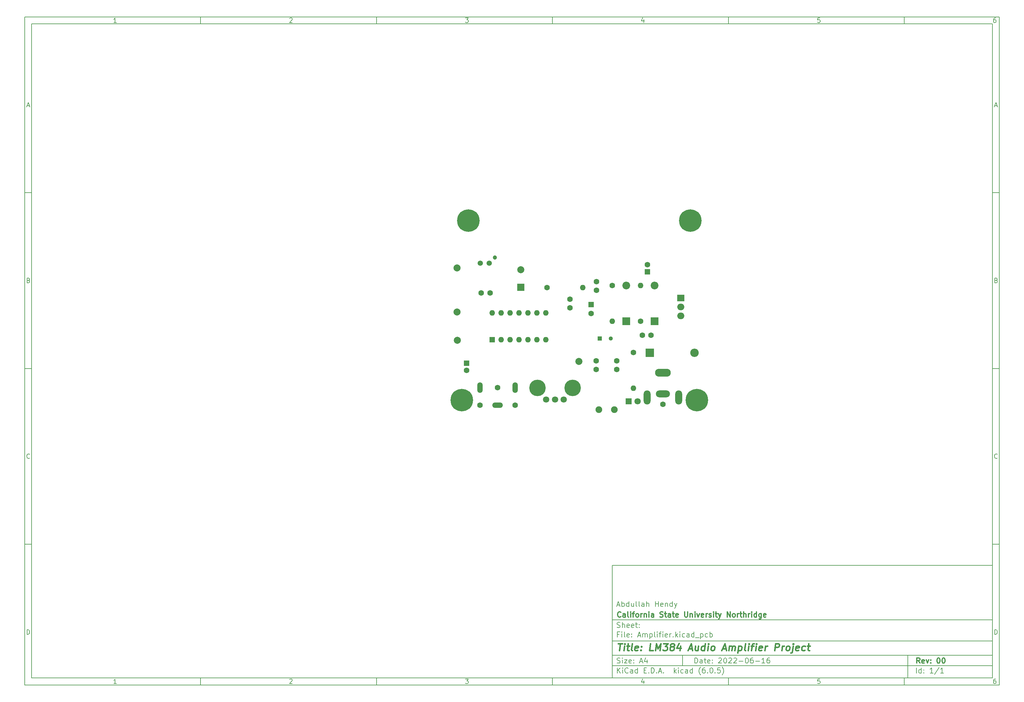
<source format=gbs>
%TF.GenerationSoftware,KiCad,Pcbnew,(6.0.5)*%
%TF.CreationDate,2022-06-17T11:53:50-07:00*%
%TF.ProjectId,Amplifier,416d706c-6966-4696-9572-2e6b69636164,00*%
%TF.SameCoordinates,Original*%
%TF.FileFunction,Soldermask,Bot*%
%TF.FilePolarity,Negative*%
%FSLAX46Y46*%
G04 Gerber Fmt 4.6, Leading zero omitted, Abs format (unit mm)*
G04 Created by KiCad (PCBNEW (6.0.5)) date 2022-06-17 11:53:50*
%MOMM*%
%LPD*%
G01*
G04 APERTURE LIST*
%ADD10C,0.100000*%
%ADD11C,0.150000*%
%ADD12C,0.300000*%
%ADD13C,0.400000*%
%ADD14C,1.200000*%
%ADD15C,1.498600*%
%ADD16C,1.600000*%
%ADD17O,1.600000X1.600000*%
%ADD18R,1.189000X1.189000*%
%ADD19C,1.189000*%
%ADD20R,2.000000X1.905000*%
%ADD21O,2.000000X1.905000*%
%ADD22R,1.600000X1.600000*%
%ADD23C,2.000000*%
%ADD24C,6.400000*%
%ADD25R,1.800000X1.800000*%
%ADD26C,1.800000*%
%ADD27R,2.200000X2.200000*%
%ADD28O,2.200000X2.200000*%
%ADD29O,4.500000X2.250000*%
%ADD30O,4.000000X2.000000*%
%ADD31O,2.000000X4.000000*%
%ADD32C,1.905000*%
%ADD33C,1.600200*%
%ADD34R,2.400000X2.400000*%
%ADD35O,2.400000X2.400000*%
%ADD36O,3.016000X1.508000*%
%ADD37O,1.508000X3.016000*%
%ADD38R,2.000000X2.000000*%
%ADD39C,4.686000*%
G04 APERTURE END LIST*
D10*
D11*
X177002200Y-166007200D02*
X177002200Y-198007200D01*
X285002200Y-198007200D01*
X285002200Y-166007200D01*
X177002200Y-166007200D01*
D10*
D11*
X10000000Y-10000000D02*
X10000000Y-200007200D01*
X287002200Y-200007200D01*
X287002200Y-10000000D01*
X10000000Y-10000000D01*
D10*
D11*
X12000000Y-12000000D02*
X12000000Y-198007200D01*
X285002200Y-198007200D01*
X285002200Y-12000000D01*
X12000000Y-12000000D01*
D10*
D11*
X60000000Y-12000000D02*
X60000000Y-10000000D01*
D10*
D11*
X110000000Y-12000000D02*
X110000000Y-10000000D01*
D10*
D11*
X160000000Y-12000000D02*
X160000000Y-10000000D01*
D10*
D11*
X210000000Y-12000000D02*
X210000000Y-10000000D01*
D10*
D11*
X260000000Y-12000000D02*
X260000000Y-10000000D01*
D10*
D11*
X36065476Y-11588095D02*
X35322619Y-11588095D01*
X35694047Y-11588095D02*
X35694047Y-10288095D01*
X35570238Y-10473809D01*
X35446428Y-10597619D01*
X35322619Y-10659523D01*
D10*
D11*
X85322619Y-10411904D02*
X85384523Y-10350000D01*
X85508333Y-10288095D01*
X85817857Y-10288095D01*
X85941666Y-10350000D01*
X86003571Y-10411904D01*
X86065476Y-10535714D01*
X86065476Y-10659523D01*
X86003571Y-10845238D01*
X85260714Y-11588095D01*
X86065476Y-11588095D01*
D10*
D11*
X135260714Y-10288095D02*
X136065476Y-10288095D01*
X135632142Y-10783333D01*
X135817857Y-10783333D01*
X135941666Y-10845238D01*
X136003571Y-10907142D01*
X136065476Y-11030952D01*
X136065476Y-11340476D01*
X136003571Y-11464285D01*
X135941666Y-11526190D01*
X135817857Y-11588095D01*
X135446428Y-11588095D01*
X135322619Y-11526190D01*
X135260714Y-11464285D01*
D10*
D11*
X185941666Y-10721428D02*
X185941666Y-11588095D01*
X185632142Y-10226190D02*
X185322619Y-11154761D01*
X186127380Y-11154761D01*
D10*
D11*
X236003571Y-10288095D02*
X235384523Y-10288095D01*
X235322619Y-10907142D01*
X235384523Y-10845238D01*
X235508333Y-10783333D01*
X235817857Y-10783333D01*
X235941666Y-10845238D01*
X236003571Y-10907142D01*
X236065476Y-11030952D01*
X236065476Y-11340476D01*
X236003571Y-11464285D01*
X235941666Y-11526190D01*
X235817857Y-11588095D01*
X235508333Y-11588095D01*
X235384523Y-11526190D01*
X235322619Y-11464285D01*
D10*
D11*
X285941666Y-10288095D02*
X285694047Y-10288095D01*
X285570238Y-10350000D01*
X285508333Y-10411904D01*
X285384523Y-10597619D01*
X285322619Y-10845238D01*
X285322619Y-11340476D01*
X285384523Y-11464285D01*
X285446428Y-11526190D01*
X285570238Y-11588095D01*
X285817857Y-11588095D01*
X285941666Y-11526190D01*
X286003571Y-11464285D01*
X286065476Y-11340476D01*
X286065476Y-11030952D01*
X286003571Y-10907142D01*
X285941666Y-10845238D01*
X285817857Y-10783333D01*
X285570238Y-10783333D01*
X285446428Y-10845238D01*
X285384523Y-10907142D01*
X285322619Y-11030952D01*
D10*
D11*
X60000000Y-198007200D02*
X60000000Y-200007200D01*
D10*
D11*
X110000000Y-198007200D02*
X110000000Y-200007200D01*
D10*
D11*
X160000000Y-198007200D02*
X160000000Y-200007200D01*
D10*
D11*
X210000000Y-198007200D02*
X210000000Y-200007200D01*
D10*
D11*
X260000000Y-198007200D02*
X260000000Y-200007200D01*
D10*
D11*
X36065476Y-199595295D02*
X35322619Y-199595295D01*
X35694047Y-199595295D02*
X35694047Y-198295295D01*
X35570238Y-198481009D01*
X35446428Y-198604819D01*
X35322619Y-198666723D01*
D10*
D11*
X85322619Y-198419104D02*
X85384523Y-198357200D01*
X85508333Y-198295295D01*
X85817857Y-198295295D01*
X85941666Y-198357200D01*
X86003571Y-198419104D01*
X86065476Y-198542914D01*
X86065476Y-198666723D01*
X86003571Y-198852438D01*
X85260714Y-199595295D01*
X86065476Y-199595295D01*
D10*
D11*
X135260714Y-198295295D02*
X136065476Y-198295295D01*
X135632142Y-198790533D01*
X135817857Y-198790533D01*
X135941666Y-198852438D01*
X136003571Y-198914342D01*
X136065476Y-199038152D01*
X136065476Y-199347676D01*
X136003571Y-199471485D01*
X135941666Y-199533390D01*
X135817857Y-199595295D01*
X135446428Y-199595295D01*
X135322619Y-199533390D01*
X135260714Y-199471485D01*
D10*
D11*
X185941666Y-198728628D02*
X185941666Y-199595295D01*
X185632142Y-198233390D02*
X185322619Y-199161961D01*
X186127380Y-199161961D01*
D10*
D11*
X236003571Y-198295295D02*
X235384523Y-198295295D01*
X235322619Y-198914342D01*
X235384523Y-198852438D01*
X235508333Y-198790533D01*
X235817857Y-198790533D01*
X235941666Y-198852438D01*
X236003571Y-198914342D01*
X236065476Y-199038152D01*
X236065476Y-199347676D01*
X236003571Y-199471485D01*
X235941666Y-199533390D01*
X235817857Y-199595295D01*
X235508333Y-199595295D01*
X235384523Y-199533390D01*
X235322619Y-199471485D01*
D10*
D11*
X285941666Y-198295295D02*
X285694047Y-198295295D01*
X285570238Y-198357200D01*
X285508333Y-198419104D01*
X285384523Y-198604819D01*
X285322619Y-198852438D01*
X285322619Y-199347676D01*
X285384523Y-199471485D01*
X285446428Y-199533390D01*
X285570238Y-199595295D01*
X285817857Y-199595295D01*
X285941666Y-199533390D01*
X286003571Y-199471485D01*
X286065476Y-199347676D01*
X286065476Y-199038152D01*
X286003571Y-198914342D01*
X285941666Y-198852438D01*
X285817857Y-198790533D01*
X285570238Y-198790533D01*
X285446428Y-198852438D01*
X285384523Y-198914342D01*
X285322619Y-199038152D01*
D10*
D11*
X10000000Y-60000000D02*
X12000000Y-60000000D01*
D10*
D11*
X10000000Y-110000000D02*
X12000000Y-110000000D01*
D10*
D11*
X10000000Y-160000000D02*
X12000000Y-160000000D01*
D10*
D11*
X10690476Y-35216666D02*
X11309523Y-35216666D01*
X10566666Y-35588095D02*
X11000000Y-34288095D01*
X11433333Y-35588095D01*
D10*
D11*
X11092857Y-84907142D02*
X11278571Y-84969047D01*
X11340476Y-85030952D01*
X11402380Y-85154761D01*
X11402380Y-85340476D01*
X11340476Y-85464285D01*
X11278571Y-85526190D01*
X11154761Y-85588095D01*
X10659523Y-85588095D01*
X10659523Y-84288095D01*
X11092857Y-84288095D01*
X11216666Y-84350000D01*
X11278571Y-84411904D01*
X11340476Y-84535714D01*
X11340476Y-84659523D01*
X11278571Y-84783333D01*
X11216666Y-84845238D01*
X11092857Y-84907142D01*
X10659523Y-84907142D01*
D10*
D11*
X11402380Y-135464285D02*
X11340476Y-135526190D01*
X11154761Y-135588095D01*
X11030952Y-135588095D01*
X10845238Y-135526190D01*
X10721428Y-135402380D01*
X10659523Y-135278571D01*
X10597619Y-135030952D01*
X10597619Y-134845238D01*
X10659523Y-134597619D01*
X10721428Y-134473809D01*
X10845238Y-134350000D01*
X11030952Y-134288095D01*
X11154761Y-134288095D01*
X11340476Y-134350000D01*
X11402380Y-134411904D01*
D10*
D11*
X10659523Y-185588095D02*
X10659523Y-184288095D01*
X10969047Y-184288095D01*
X11154761Y-184350000D01*
X11278571Y-184473809D01*
X11340476Y-184597619D01*
X11402380Y-184845238D01*
X11402380Y-185030952D01*
X11340476Y-185278571D01*
X11278571Y-185402380D01*
X11154761Y-185526190D01*
X10969047Y-185588095D01*
X10659523Y-185588095D01*
D10*
D11*
X287002200Y-60000000D02*
X285002200Y-60000000D01*
D10*
D11*
X287002200Y-110000000D02*
X285002200Y-110000000D01*
D10*
D11*
X287002200Y-160000000D02*
X285002200Y-160000000D01*
D10*
D11*
X285692676Y-35216666D02*
X286311723Y-35216666D01*
X285568866Y-35588095D02*
X286002200Y-34288095D01*
X286435533Y-35588095D01*
D10*
D11*
X286095057Y-84907142D02*
X286280771Y-84969047D01*
X286342676Y-85030952D01*
X286404580Y-85154761D01*
X286404580Y-85340476D01*
X286342676Y-85464285D01*
X286280771Y-85526190D01*
X286156961Y-85588095D01*
X285661723Y-85588095D01*
X285661723Y-84288095D01*
X286095057Y-84288095D01*
X286218866Y-84350000D01*
X286280771Y-84411904D01*
X286342676Y-84535714D01*
X286342676Y-84659523D01*
X286280771Y-84783333D01*
X286218866Y-84845238D01*
X286095057Y-84907142D01*
X285661723Y-84907142D01*
D10*
D11*
X286404580Y-135464285D02*
X286342676Y-135526190D01*
X286156961Y-135588095D01*
X286033152Y-135588095D01*
X285847438Y-135526190D01*
X285723628Y-135402380D01*
X285661723Y-135278571D01*
X285599819Y-135030952D01*
X285599819Y-134845238D01*
X285661723Y-134597619D01*
X285723628Y-134473809D01*
X285847438Y-134350000D01*
X286033152Y-134288095D01*
X286156961Y-134288095D01*
X286342676Y-134350000D01*
X286404580Y-134411904D01*
D10*
D11*
X285661723Y-185588095D02*
X285661723Y-184288095D01*
X285971247Y-184288095D01*
X286156961Y-184350000D01*
X286280771Y-184473809D01*
X286342676Y-184597619D01*
X286404580Y-184845238D01*
X286404580Y-185030952D01*
X286342676Y-185278571D01*
X286280771Y-185402380D01*
X286156961Y-185526190D01*
X285971247Y-185588095D01*
X285661723Y-185588095D01*
D10*
D11*
X200434342Y-193785771D02*
X200434342Y-192285771D01*
X200791485Y-192285771D01*
X201005771Y-192357200D01*
X201148628Y-192500057D01*
X201220057Y-192642914D01*
X201291485Y-192928628D01*
X201291485Y-193142914D01*
X201220057Y-193428628D01*
X201148628Y-193571485D01*
X201005771Y-193714342D01*
X200791485Y-193785771D01*
X200434342Y-193785771D01*
X202577200Y-193785771D02*
X202577200Y-193000057D01*
X202505771Y-192857200D01*
X202362914Y-192785771D01*
X202077200Y-192785771D01*
X201934342Y-192857200D01*
X202577200Y-193714342D02*
X202434342Y-193785771D01*
X202077200Y-193785771D01*
X201934342Y-193714342D01*
X201862914Y-193571485D01*
X201862914Y-193428628D01*
X201934342Y-193285771D01*
X202077200Y-193214342D01*
X202434342Y-193214342D01*
X202577200Y-193142914D01*
X203077200Y-192785771D02*
X203648628Y-192785771D01*
X203291485Y-192285771D02*
X203291485Y-193571485D01*
X203362914Y-193714342D01*
X203505771Y-193785771D01*
X203648628Y-193785771D01*
X204720057Y-193714342D02*
X204577200Y-193785771D01*
X204291485Y-193785771D01*
X204148628Y-193714342D01*
X204077200Y-193571485D01*
X204077200Y-193000057D01*
X204148628Y-192857200D01*
X204291485Y-192785771D01*
X204577200Y-192785771D01*
X204720057Y-192857200D01*
X204791485Y-193000057D01*
X204791485Y-193142914D01*
X204077200Y-193285771D01*
X205434342Y-193642914D02*
X205505771Y-193714342D01*
X205434342Y-193785771D01*
X205362914Y-193714342D01*
X205434342Y-193642914D01*
X205434342Y-193785771D01*
X205434342Y-192857200D02*
X205505771Y-192928628D01*
X205434342Y-193000057D01*
X205362914Y-192928628D01*
X205434342Y-192857200D01*
X205434342Y-193000057D01*
X207220057Y-192428628D02*
X207291485Y-192357200D01*
X207434342Y-192285771D01*
X207791485Y-192285771D01*
X207934342Y-192357200D01*
X208005771Y-192428628D01*
X208077200Y-192571485D01*
X208077200Y-192714342D01*
X208005771Y-192928628D01*
X207148628Y-193785771D01*
X208077200Y-193785771D01*
X209005771Y-192285771D02*
X209148628Y-192285771D01*
X209291485Y-192357200D01*
X209362914Y-192428628D01*
X209434342Y-192571485D01*
X209505771Y-192857200D01*
X209505771Y-193214342D01*
X209434342Y-193500057D01*
X209362914Y-193642914D01*
X209291485Y-193714342D01*
X209148628Y-193785771D01*
X209005771Y-193785771D01*
X208862914Y-193714342D01*
X208791485Y-193642914D01*
X208720057Y-193500057D01*
X208648628Y-193214342D01*
X208648628Y-192857200D01*
X208720057Y-192571485D01*
X208791485Y-192428628D01*
X208862914Y-192357200D01*
X209005771Y-192285771D01*
X210077200Y-192428628D02*
X210148628Y-192357200D01*
X210291485Y-192285771D01*
X210648628Y-192285771D01*
X210791485Y-192357200D01*
X210862914Y-192428628D01*
X210934342Y-192571485D01*
X210934342Y-192714342D01*
X210862914Y-192928628D01*
X210005771Y-193785771D01*
X210934342Y-193785771D01*
X211505771Y-192428628D02*
X211577200Y-192357200D01*
X211720057Y-192285771D01*
X212077200Y-192285771D01*
X212220057Y-192357200D01*
X212291485Y-192428628D01*
X212362914Y-192571485D01*
X212362914Y-192714342D01*
X212291485Y-192928628D01*
X211434342Y-193785771D01*
X212362914Y-193785771D01*
X213005771Y-193214342D02*
X214148628Y-193214342D01*
X215148628Y-192285771D02*
X215291485Y-192285771D01*
X215434342Y-192357200D01*
X215505771Y-192428628D01*
X215577200Y-192571485D01*
X215648628Y-192857200D01*
X215648628Y-193214342D01*
X215577200Y-193500057D01*
X215505771Y-193642914D01*
X215434342Y-193714342D01*
X215291485Y-193785771D01*
X215148628Y-193785771D01*
X215005771Y-193714342D01*
X214934342Y-193642914D01*
X214862914Y-193500057D01*
X214791485Y-193214342D01*
X214791485Y-192857200D01*
X214862914Y-192571485D01*
X214934342Y-192428628D01*
X215005771Y-192357200D01*
X215148628Y-192285771D01*
X216934342Y-192285771D02*
X216648628Y-192285771D01*
X216505771Y-192357200D01*
X216434342Y-192428628D01*
X216291485Y-192642914D01*
X216220057Y-192928628D01*
X216220057Y-193500057D01*
X216291485Y-193642914D01*
X216362914Y-193714342D01*
X216505771Y-193785771D01*
X216791485Y-193785771D01*
X216934342Y-193714342D01*
X217005771Y-193642914D01*
X217077200Y-193500057D01*
X217077200Y-193142914D01*
X217005771Y-193000057D01*
X216934342Y-192928628D01*
X216791485Y-192857200D01*
X216505771Y-192857200D01*
X216362914Y-192928628D01*
X216291485Y-193000057D01*
X216220057Y-193142914D01*
X217720057Y-193214342D02*
X218862914Y-193214342D01*
X220362914Y-193785771D02*
X219505771Y-193785771D01*
X219934342Y-193785771D02*
X219934342Y-192285771D01*
X219791485Y-192500057D01*
X219648628Y-192642914D01*
X219505771Y-192714342D01*
X221648628Y-192285771D02*
X221362914Y-192285771D01*
X221220057Y-192357200D01*
X221148628Y-192428628D01*
X221005771Y-192642914D01*
X220934342Y-192928628D01*
X220934342Y-193500057D01*
X221005771Y-193642914D01*
X221077200Y-193714342D01*
X221220057Y-193785771D01*
X221505771Y-193785771D01*
X221648628Y-193714342D01*
X221720057Y-193642914D01*
X221791485Y-193500057D01*
X221791485Y-193142914D01*
X221720057Y-193000057D01*
X221648628Y-192928628D01*
X221505771Y-192857200D01*
X221220057Y-192857200D01*
X221077200Y-192928628D01*
X221005771Y-193000057D01*
X220934342Y-193142914D01*
D10*
D11*
X177002200Y-194507200D02*
X285002200Y-194507200D01*
D10*
D11*
X178434342Y-196585771D02*
X178434342Y-195085771D01*
X179291485Y-196585771D02*
X178648628Y-195728628D01*
X179291485Y-195085771D02*
X178434342Y-195942914D01*
X179934342Y-196585771D02*
X179934342Y-195585771D01*
X179934342Y-195085771D02*
X179862914Y-195157200D01*
X179934342Y-195228628D01*
X180005771Y-195157200D01*
X179934342Y-195085771D01*
X179934342Y-195228628D01*
X181505771Y-196442914D02*
X181434342Y-196514342D01*
X181220057Y-196585771D01*
X181077200Y-196585771D01*
X180862914Y-196514342D01*
X180720057Y-196371485D01*
X180648628Y-196228628D01*
X180577200Y-195942914D01*
X180577200Y-195728628D01*
X180648628Y-195442914D01*
X180720057Y-195300057D01*
X180862914Y-195157200D01*
X181077200Y-195085771D01*
X181220057Y-195085771D01*
X181434342Y-195157200D01*
X181505771Y-195228628D01*
X182791485Y-196585771D02*
X182791485Y-195800057D01*
X182720057Y-195657200D01*
X182577200Y-195585771D01*
X182291485Y-195585771D01*
X182148628Y-195657200D01*
X182791485Y-196514342D02*
X182648628Y-196585771D01*
X182291485Y-196585771D01*
X182148628Y-196514342D01*
X182077200Y-196371485D01*
X182077200Y-196228628D01*
X182148628Y-196085771D01*
X182291485Y-196014342D01*
X182648628Y-196014342D01*
X182791485Y-195942914D01*
X184148628Y-196585771D02*
X184148628Y-195085771D01*
X184148628Y-196514342D02*
X184005771Y-196585771D01*
X183720057Y-196585771D01*
X183577200Y-196514342D01*
X183505771Y-196442914D01*
X183434342Y-196300057D01*
X183434342Y-195871485D01*
X183505771Y-195728628D01*
X183577200Y-195657200D01*
X183720057Y-195585771D01*
X184005771Y-195585771D01*
X184148628Y-195657200D01*
X186005771Y-195800057D02*
X186505771Y-195800057D01*
X186720057Y-196585771D02*
X186005771Y-196585771D01*
X186005771Y-195085771D01*
X186720057Y-195085771D01*
X187362914Y-196442914D02*
X187434342Y-196514342D01*
X187362914Y-196585771D01*
X187291485Y-196514342D01*
X187362914Y-196442914D01*
X187362914Y-196585771D01*
X188077200Y-196585771D02*
X188077200Y-195085771D01*
X188434342Y-195085771D01*
X188648628Y-195157200D01*
X188791485Y-195300057D01*
X188862914Y-195442914D01*
X188934342Y-195728628D01*
X188934342Y-195942914D01*
X188862914Y-196228628D01*
X188791485Y-196371485D01*
X188648628Y-196514342D01*
X188434342Y-196585771D01*
X188077200Y-196585771D01*
X189577200Y-196442914D02*
X189648628Y-196514342D01*
X189577200Y-196585771D01*
X189505771Y-196514342D01*
X189577200Y-196442914D01*
X189577200Y-196585771D01*
X190220057Y-196157200D02*
X190934342Y-196157200D01*
X190077200Y-196585771D02*
X190577200Y-195085771D01*
X191077200Y-196585771D01*
X191577200Y-196442914D02*
X191648628Y-196514342D01*
X191577200Y-196585771D01*
X191505771Y-196514342D01*
X191577200Y-196442914D01*
X191577200Y-196585771D01*
X194577200Y-196585771D02*
X194577200Y-195085771D01*
X194720057Y-196014342D02*
X195148628Y-196585771D01*
X195148628Y-195585771D02*
X194577200Y-196157200D01*
X195791485Y-196585771D02*
X195791485Y-195585771D01*
X195791485Y-195085771D02*
X195720057Y-195157200D01*
X195791485Y-195228628D01*
X195862914Y-195157200D01*
X195791485Y-195085771D01*
X195791485Y-195228628D01*
X197148628Y-196514342D02*
X197005771Y-196585771D01*
X196720057Y-196585771D01*
X196577200Y-196514342D01*
X196505771Y-196442914D01*
X196434342Y-196300057D01*
X196434342Y-195871485D01*
X196505771Y-195728628D01*
X196577200Y-195657200D01*
X196720057Y-195585771D01*
X197005771Y-195585771D01*
X197148628Y-195657200D01*
X198434342Y-196585771D02*
X198434342Y-195800057D01*
X198362914Y-195657200D01*
X198220057Y-195585771D01*
X197934342Y-195585771D01*
X197791485Y-195657200D01*
X198434342Y-196514342D02*
X198291485Y-196585771D01*
X197934342Y-196585771D01*
X197791485Y-196514342D01*
X197720057Y-196371485D01*
X197720057Y-196228628D01*
X197791485Y-196085771D01*
X197934342Y-196014342D01*
X198291485Y-196014342D01*
X198434342Y-195942914D01*
X199791485Y-196585771D02*
X199791485Y-195085771D01*
X199791485Y-196514342D02*
X199648628Y-196585771D01*
X199362914Y-196585771D01*
X199220057Y-196514342D01*
X199148628Y-196442914D01*
X199077200Y-196300057D01*
X199077200Y-195871485D01*
X199148628Y-195728628D01*
X199220057Y-195657200D01*
X199362914Y-195585771D01*
X199648628Y-195585771D01*
X199791485Y-195657200D01*
X202077200Y-197157200D02*
X202005771Y-197085771D01*
X201862914Y-196871485D01*
X201791485Y-196728628D01*
X201720057Y-196514342D01*
X201648628Y-196157200D01*
X201648628Y-195871485D01*
X201720057Y-195514342D01*
X201791485Y-195300057D01*
X201862914Y-195157200D01*
X202005771Y-194942914D01*
X202077200Y-194871485D01*
X203291485Y-195085771D02*
X203005771Y-195085771D01*
X202862914Y-195157200D01*
X202791485Y-195228628D01*
X202648628Y-195442914D01*
X202577200Y-195728628D01*
X202577200Y-196300057D01*
X202648628Y-196442914D01*
X202720057Y-196514342D01*
X202862914Y-196585771D01*
X203148628Y-196585771D01*
X203291485Y-196514342D01*
X203362914Y-196442914D01*
X203434342Y-196300057D01*
X203434342Y-195942914D01*
X203362914Y-195800057D01*
X203291485Y-195728628D01*
X203148628Y-195657200D01*
X202862914Y-195657200D01*
X202720057Y-195728628D01*
X202648628Y-195800057D01*
X202577200Y-195942914D01*
X204077200Y-196442914D02*
X204148628Y-196514342D01*
X204077200Y-196585771D01*
X204005771Y-196514342D01*
X204077200Y-196442914D01*
X204077200Y-196585771D01*
X205077200Y-195085771D02*
X205220057Y-195085771D01*
X205362914Y-195157200D01*
X205434342Y-195228628D01*
X205505771Y-195371485D01*
X205577200Y-195657200D01*
X205577200Y-196014342D01*
X205505771Y-196300057D01*
X205434342Y-196442914D01*
X205362914Y-196514342D01*
X205220057Y-196585771D01*
X205077200Y-196585771D01*
X204934342Y-196514342D01*
X204862914Y-196442914D01*
X204791485Y-196300057D01*
X204720057Y-196014342D01*
X204720057Y-195657200D01*
X204791485Y-195371485D01*
X204862914Y-195228628D01*
X204934342Y-195157200D01*
X205077200Y-195085771D01*
X206220057Y-196442914D02*
X206291485Y-196514342D01*
X206220057Y-196585771D01*
X206148628Y-196514342D01*
X206220057Y-196442914D01*
X206220057Y-196585771D01*
X207648628Y-195085771D02*
X206934342Y-195085771D01*
X206862914Y-195800057D01*
X206934342Y-195728628D01*
X207077200Y-195657200D01*
X207434342Y-195657200D01*
X207577200Y-195728628D01*
X207648628Y-195800057D01*
X207720057Y-195942914D01*
X207720057Y-196300057D01*
X207648628Y-196442914D01*
X207577200Y-196514342D01*
X207434342Y-196585771D01*
X207077200Y-196585771D01*
X206934342Y-196514342D01*
X206862914Y-196442914D01*
X208220057Y-197157200D02*
X208291485Y-197085771D01*
X208434342Y-196871485D01*
X208505771Y-196728628D01*
X208577200Y-196514342D01*
X208648628Y-196157200D01*
X208648628Y-195871485D01*
X208577200Y-195514342D01*
X208505771Y-195300057D01*
X208434342Y-195157200D01*
X208291485Y-194942914D01*
X208220057Y-194871485D01*
D10*
D11*
X177002200Y-191507200D02*
X285002200Y-191507200D01*
D10*
D12*
X264411485Y-193785771D02*
X263911485Y-193071485D01*
X263554342Y-193785771D02*
X263554342Y-192285771D01*
X264125771Y-192285771D01*
X264268628Y-192357200D01*
X264340057Y-192428628D01*
X264411485Y-192571485D01*
X264411485Y-192785771D01*
X264340057Y-192928628D01*
X264268628Y-193000057D01*
X264125771Y-193071485D01*
X263554342Y-193071485D01*
X265625771Y-193714342D02*
X265482914Y-193785771D01*
X265197200Y-193785771D01*
X265054342Y-193714342D01*
X264982914Y-193571485D01*
X264982914Y-193000057D01*
X265054342Y-192857200D01*
X265197200Y-192785771D01*
X265482914Y-192785771D01*
X265625771Y-192857200D01*
X265697200Y-193000057D01*
X265697200Y-193142914D01*
X264982914Y-193285771D01*
X266197200Y-192785771D02*
X266554342Y-193785771D01*
X266911485Y-192785771D01*
X267482914Y-193642914D02*
X267554342Y-193714342D01*
X267482914Y-193785771D01*
X267411485Y-193714342D01*
X267482914Y-193642914D01*
X267482914Y-193785771D01*
X267482914Y-192857200D02*
X267554342Y-192928628D01*
X267482914Y-193000057D01*
X267411485Y-192928628D01*
X267482914Y-192857200D01*
X267482914Y-193000057D01*
X269625771Y-192285771D02*
X269768628Y-192285771D01*
X269911485Y-192357200D01*
X269982914Y-192428628D01*
X270054342Y-192571485D01*
X270125771Y-192857200D01*
X270125771Y-193214342D01*
X270054342Y-193500057D01*
X269982914Y-193642914D01*
X269911485Y-193714342D01*
X269768628Y-193785771D01*
X269625771Y-193785771D01*
X269482914Y-193714342D01*
X269411485Y-193642914D01*
X269340057Y-193500057D01*
X269268628Y-193214342D01*
X269268628Y-192857200D01*
X269340057Y-192571485D01*
X269411485Y-192428628D01*
X269482914Y-192357200D01*
X269625771Y-192285771D01*
X271054342Y-192285771D02*
X271197200Y-192285771D01*
X271340057Y-192357200D01*
X271411485Y-192428628D01*
X271482914Y-192571485D01*
X271554342Y-192857200D01*
X271554342Y-193214342D01*
X271482914Y-193500057D01*
X271411485Y-193642914D01*
X271340057Y-193714342D01*
X271197200Y-193785771D01*
X271054342Y-193785771D01*
X270911485Y-193714342D01*
X270840057Y-193642914D01*
X270768628Y-193500057D01*
X270697200Y-193214342D01*
X270697200Y-192857200D01*
X270768628Y-192571485D01*
X270840057Y-192428628D01*
X270911485Y-192357200D01*
X271054342Y-192285771D01*
D10*
D11*
X178362914Y-193714342D02*
X178577200Y-193785771D01*
X178934342Y-193785771D01*
X179077200Y-193714342D01*
X179148628Y-193642914D01*
X179220057Y-193500057D01*
X179220057Y-193357200D01*
X179148628Y-193214342D01*
X179077200Y-193142914D01*
X178934342Y-193071485D01*
X178648628Y-193000057D01*
X178505771Y-192928628D01*
X178434342Y-192857200D01*
X178362914Y-192714342D01*
X178362914Y-192571485D01*
X178434342Y-192428628D01*
X178505771Y-192357200D01*
X178648628Y-192285771D01*
X179005771Y-192285771D01*
X179220057Y-192357200D01*
X179862914Y-193785771D02*
X179862914Y-192785771D01*
X179862914Y-192285771D02*
X179791485Y-192357200D01*
X179862914Y-192428628D01*
X179934342Y-192357200D01*
X179862914Y-192285771D01*
X179862914Y-192428628D01*
X180434342Y-192785771D02*
X181220057Y-192785771D01*
X180434342Y-193785771D01*
X181220057Y-193785771D01*
X182362914Y-193714342D02*
X182220057Y-193785771D01*
X181934342Y-193785771D01*
X181791485Y-193714342D01*
X181720057Y-193571485D01*
X181720057Y-193000057D01*
X181791485Y-192857200D01*
X181934342Y-192785771D01*
X182220057Y-192785771D01*
X182362914Y-192857200D01*
X182434342Y-193000057D01*
X182434342Y-193142914D01*
X181720057Y-193285771D01*
X183077200Y-193642914D02*
X183148628Y-193714342D01*
X183077200Y-193785771D01*
X183005771Y-193714342D01*
X183077200Y-193642914D01*
X183077200Y-193785771D01*
X183077200Y-192857200D02*
X183148628Y-192928628D01*
X183077200Y-193000057D01*
X183005771Y-192928628D01*
X183077200Y-192857200D01*
X183077200Y-193000057D01*
X184862914Y-193357200D02*
X185577200Y-193357200D01*
X184720057Y-193785771D02*
X185220057Y-192285771D01*
X185720057Y-193785771D01*
X186862914Y-192785771D02*
X186862914Y-193785771D01*
X186505771Y-192214342D02*
X186148628Y-193285771D01*
X187077200Y-193285771D01*
D10*
D11*
X263434342Y-196585771D02*
X263434342Y-195085771D01*
X264791485Y-196585771D02*
X264791485Y-195085771D01*
X264791485Y-196514342D02*
X264648628Y-196585771D01*
X264362914Y-196585771D01*
X264220057Y-196514342D01*
X264148628Y-196442914D01*
X264077200Y-196300057D01*
X264077200Y-195871485D01*
X264148628Y-195728628D01*
X264220057Y-195657200D01*
X264362914Y-195585771D01*
X264648628Y-195585771D01*
X264791485Y-195657200D01*
X265505771Y-196442914D02*
X265577200Y-196514342D01*
X265505771Y-196585771D01*
X265434342Y-196514342D01*
X265505771Y-196442914D01*
X265505771Y-196585771D01*
X265505771Y-195657200D02*
X265577200Y-195728628D01*
X265505771Y-195800057D01*
X265434342Y-195728628D01*
X265505771Y-195657200D01*
X265505771Y-195800057D01*
X268148628Y-196585771D02*
X267291485Y-196585771D01*
X267720057Y-196585771D02*
X267720057Y-195085771D01*
X267577200Y-195300057D01*
X267434342Y-195442914D01*
X267291485Y-195514342D01*
X269862914Y-195014342D02*
X268577200Y-196942914D01*
X271148628Y-196585771D02*
X270291485Y-196585771D01*
X270720057Y-196585771D02*
X270720057Y-195085771D01*
X270577200Y-195300057D01*
X270434342Y-195442914D01*
X270291485Y-195514342D01*
D10*
D11*
X177002200Y-187507200D02*
X285002200Y-187507200D01*
D10*
D13*
X178714580Y-188211961D02*
X179857438Y-188211961D01*
X179036009Y-190211961D02*
X179286009Y-188211961D01*
X180274104Y-190211961D02*
X180440771Y-188878628D01*
X180524104Y-188211961D02*
X180416961Y-188307200D01*
X180500295Y-188402438D01*
X180607438Y-188307200D01*
X180524104Y-188211961D01*
X180500295Y-188402438D01*
X181107438Y-188878628D02*
X181869342Y-188878628D01*
X181476485Y-188211961D02*
X181262200Y-189926247D01*
X181333628Y-190116723D01*
X181512200Y-190211961D01*
X181702676Y-190211961D01*
X182655057Y-190211961D02*
X182476485Y-190116723D01*
X182405057Y-189926247D01*
X182619342Y-188211961D01*
X184190771Y-190116723D02*
X183988390Y-190211961D01*
X183607438Y-190211961D01*
X183428866Y-190116723D01*
X183357438Y-189926247D01*
X183452676Y-189164342D01*
X183571723Y-188973866D01*
X183774104Y-188878628D01*
X184155057Y-188878628D01*
X184333628Y-188973866D01*
X184405057Y-189164342D01*
X184381247Y-189354819D01*
X183405057Y-189545295D01*
X185155057Y-190021485D02*
X185238390Y-190116723D01*
X185131247Y-190211961D01*
X185047914Y-190116723D01*
X185155057Y-190021485D01*
X185131247Y-190211961D01*
X185286009Y-188973866D02*
X185369342Y-189069104D01*
X185262200Y-189164342D01*
X185178866Y-189069104D01*
X185286009Y-188973866D01*
X185262200Y-189164342D01*
X188559819Y-190211961D02*
X187607438Y-190211961D01*
X187857438Y-188211961D01*
X189226485Y-190211961D02*
X189476485Y-188211961D01*
X189964580Y-189640533D01*
X190809819Y-188211961D01*
X190559819Y-190211961D01*
X191571723Y-188211961D02*
X192809819Y-188211961D01*
X192047914Y-188973866D01*
X192333628Y-188973866D01*
X192512200Y-189069104D01*
X192595533Y-189164342D01*
X192666961Y-189354819D01*
X192607438Y-189831009D01*
X192488390Y-190021485D01*
X192381247Y-190116723D01*
X192178866Y-190211961D01*
X191607438Y-190211961D01*
X191428866Y-190116723D01*
X191345533Y-190021485D01*
X193845533Y-189069104D02*
X193666961Y-188973866D01*
X193583628Y-188878628D01*
X193512200Y-188688152D01*
X193524104Y-188592914D01*
X193643152Y-188402438D01*
X193750295Y-188307200D01*
X193952676Y-188211961D01*
X194333628Y-188211961D01*
X194512200Y-188307200D01*
X194595533Y-188402438D01*
X194666961Y-188592914D01*
X194655057Y-188688152D01*
X194536009Y-188878628D01*
X194428866Y-188973866D01*
X194226485Y-189069104D01*
X193845533Y-189069104D01*
X193643152Y-189164342D01*
X193536009Y-189259580D01*
X193416961Y-189450057D01*
X193369342Y-189831009D01*
X193440771Y-190021485D01*
X193524104Y-190116723D01*
X193702676Y-190211961D01*
X194083628Y-190211961D01*
X194286009Y-190116723D01*
X194393152Y-190021485D01*
X194512200Y-189831009D01*
X194559819Y-189450057D01*
X194488390Y-189259580D01*
X194405057Y-189164342D01*
X194226485Y-189069104D01*
X196345533Y-188878628D02*
X196178866Y-190211961D01*
X195964580Y-188116723D02*
X195309819Y-189545295D01*
X196547914Y-189545295D01*
X198726485Y-189640533D02*
X199678866Y-189640533D01*
X198464580Y-190211961D02*
X199381247Y-188211961D01*
X199797914Y-190211961D01*
X201488390Y-188878628D02*
X201321723Y-190211961D01*
X200631247Y-188878628D02*
X200500295Y-189926247D01*
X200571723Y-190116723D01*
X200750295Y-190211961D01*
X201036009Y-190211961D01*
X201238390Y-190116723D01*
X201345533Y-190021485D01*
X203131247Y-190211961D02*
X203381247Y-188211961D01*
X203143152Y-190116723D02*
X202940771Y-190211961D01*
X202559819Y-190211961D01*
X202381247Y-190116723D01*
X202297914Y-190021485D01*
X202226485Y-189831009D01*
X202297914Y-189259580D01*
X202416961Y-189069104D01*
X202524104Y-188973866D01*
X202726485Y-188878628D01*
X203107438Y-188878628D01*
X203286009Y-188973866D01*
X204083628Y-190211961D02*
X204250295Y-188878628D01*
X204333628Y-188211961D02*
X204226485Y-188307200D01*
X204309819Y-188402438D01*
X204416961Y-188307200D01*
X204333628Y-188211961D01*
X204309819Y-188402438D01*
X205321723Y-190211961D02*
X205143152Y-190116723D01*
X205059819Y-190021485D01*
X204988390Y-189831009D01*
X205059819Y-189259580D01*
X205178866Y-189069104D01*
X205286009Y-188973866D01*
X205488390Y-188878628D01*
X205774104Y-188878628D01*
X205952676Y-188973866D01*
X206036009Y-189069104D01*
X206107438Y-189259580D01*
X206036009Y-189831009D01*
X205916961Y-190021485D01*
X205809819Y-190116723D01*
X205607438Y-190211961D01*
X205321723Y-190211961D01*
X208345533Y-189640533D02*
X209297914Y-189640533D01*
X208083628Y-190211961D02*
X209000295Y-188211961D01*
X209416961Y-190211961D01*
X210083628Y-190211961D02*
X210250295Y-188878628D01*
X210226485Y-189069104D02*
X210333628Y-188973866D01*
X210536009Y-188878628D01*
X210821723Y-188878628D01*
X211000295Y-188973866D01*
X211071723Y-189164342D01*
X210940771Y-190211961D01*
X211071723Y-189164342D02*
X211190771Y-188973866D01*
X211393152Y-188878628D01*
X211678866Y-188878628D01*
X211857438Y-188973866D01*
X211928866Y-189164342D01*
X211797914Y-190211961D01*
X212916961Y-188878628D02*
X212666961Y-190878628D01*
X212905057Y-188973866D02*
X213107438Y-188878628D01*
X213488390Y-188878628D01*
X213666961Y-188973866D01*
X213750295Y-189069104D01*
X213821723Y-189259580D01*
X213750295Y-189831009D01*
X213631247Y-190021485D01*
X213524104Y-190116723D01*
X213321723Y-190211961D01*
X212940771Y-190211961D01*
X212762200Y-190116723D01*
X214845533Y-190211961D02*
X214666961Y-190116723D01*
X214595533Y-189926247D01*
X214809819Y-188211961D01*
X215607438Y-190211961D02*
X215774104Y-188878628D01*
X215857438Y-188211961D02*
X215750295Y-188307200D01*
X215833628Y-188402438D01*
X215940771Y-188307200D01*
X215857438Y-188211961D01*
X215833628Y-188402438D01*
X216440771Y-188878628D02*
X217202676Y-188878628D01*
X216559819Y-190211961D02*
X216774104Y-188497676D01*
X216893152Y-188307200D01*
X217095533Y-188211961D01*
X217286009Y-188211961D01*
X217702676Y-190211961D02*
X217869342Y-188878628D01*
X217952676Y-188211961D02*
X217845533Y-188307200D01*
X217928866Y-188402438D01*
X218036009Y-188307200D01*
X217952676Y-188211961D01*
X217928866Y-188402438D01*
X219428866Y-190116723D02*
X219226485Y-190211961D01*
X218845533Y-190211961D01*
X218666961Y-190116723D01*
X218595533Y-189926247D01*
X218690771Y-189164342D01*
X218809819Y-188973866D01*
X219012200Y-188878628D01*
X219393152Y-188878628D01*
X219571723Y-188973866D01*
X219643152Y-189164342D01*
X219619342Y-189354819D01*
X218643152Y-189545295D01*
X220369342Y-190211961D02*
X220536009Y-188878628D01*
X220488390Y-189259580D02*
X220607438Y-189069104D01*
X220714580Y-188973866D01*
X220916961Y-188878628D01*
X221107438Y-188878628D01*
X223131247Y-190211961D02*
X223381247Y-188211961D01*
X224143152Y-188211961D01*
X224321723Y-188307200D01*
X224405057Y-188402438D01*
X224476485Y-188592914D01*
X224440771Y-188878628D01*
X224321723Y-189069104D01*
X224214580Y-189164342D01*
X224012200Y-189259580D01*
X223250295Y-189259580D01*
X225131247Y-190211961D02*
X225297914Y-188878628D01*
X225250295Y-189259580D02*
X225369342Y-189069104D01*
X225476485Y-188973866D01*
X225678866Y-188878628D01*
X225869342Y-188878628D01*
X226655057Y-190211961D02*
X226476485Y-190116723D01*
X226393152Y-190021485D01*
X226321723Y-189831009D01*
X226393152Y-189259580D01*
X226512200Y-189069104D01*
X226619342Y-188973866D01*
X226821723Y-188878628D01*
X227107438Y-188878628D01*
X227286009Y-188973866D01*
X227369342Y-189069104D01*
X227440771Y-189259580D01*
X227369342Y-189831009D01*
X227250295Y-190021485D01*
X227143152Y-190116723D01*
X226940771Y-190211961D01*
X226655057Y-190211961D01*
X228345533Y-188878628D02*
X228131247Y-190592914D01*
X228012200Y-190783390D01*
X227809819Y-190878628D01*
X227714580Y-190878628D01*
X228428866Y-188211961D02*
X228321723Y-188307200D01*
X228405057Y-188402438D01*
X228512200Y-188307200D01*
X228428866Y-188211961D01*
X228405057Y-188402438D01*
X229905057Y-190116723D02*
X229702676Y-190211961D01*
X229321723Y-190211961D01*
X229143152Y-190116723D01*
X229071723Y-189926247D01*
X229166961Y-189164342D01*
X229286009Y-188973866D01*
X229488390Y-188878628D01*
X229869342Y-188878628D01*
X230047914Y-188973866D01*
X230119342Y-189164342D01*
X230095533Y-189354819D01*
X229119342Y-189545295D01*
X231714580Y-190116723D02*
X231512200Y-190211961D01*
X231131247Y-190211961D01*
X230952676Y-190116723D01*
X230869342Y-190021485D01*
X230797914Y-189831009D01*
X230869342Y-189259580D01*
X230988390Y-189069104D01*
X231095533Y-188973866D01*
X231297914Y-188878628D01*
X231678866Y-188878628D01*
X231857438Y-188973866D01*
X232440771Y-188878628D02*
X233202676Y-188878628D01*
X232809819Y-188211961D02*
X232595533Y-189926247D01*
X232666961Y-190116723D01*
X232845533Y-190211961D01*
X233036009Y-190211961D01*
D10*
D11*
X178934342Y-185600057D02*
X178434342Y-185600057D01*
X178434342Y-186385771D02*
X178434342Y-184885771D01*
X179148628Y-184885771D01*
X179720057Y-186385771D02*
X179720057Y-185385771D01*
X179720057Y-184885771D02*
X179648628Y-184957200D01*
X179720057Y-185028628D01*
X179791485Y-184957200D01*
X179720057Y-184885771D01*
X179720057Y-185028628D01*
X180648628Y-186385771D02*
X180505771Y-186314342D01*
X180434342Y-186171485D01*
X180434342Y-184885771D01*
X181791485Y-186314342D02*
X181648628Y-186385771D01*
X181362914Y-186385771D01*
X181220057Y-186314342D01*
X181148628Y-186171485D01*
X181148628Y-185600057D01*
X181220057Y-185457200D01*
X181362914Y-185385771D01*
X181648628Y-185385771D01*
X181791485Y-185457200D01*
X181862914Y-185600057D01*
X181862914Y-185742914D01*
X181148628Y-185885771D01*
X182505771Y-186242914D02*
X182577200Y-186314342D01*
X182505771Y-186385771D01*
X182434342Y-186314342D01*
X182505771Y-186242914D01*
X182505771Y-186385771D01*
X182505771Y-185457200D02*
X182577200Y-185528628D01*
X182505771Y-185600057D01*
X182434342Y-185528628D01*
X182505771Y-185457200D01*
X182505771Y-185600057D01*
X184291485Y-185957200D02*
X185005771Y-185957200D01*
X184148628Y-186385771D02*
X184648628Y-184885771D01*
X185148628Y-186385771D01*
X185648628Y-186385771D02*
X185648628Y-185385771D01*
X185648628Y-185528628D02*
X185720057Y-185457200D01*
X185862914Y-185385771D01*
X186077200Y-185385771D01*
X186220057Y-185457200D01*
X186291485Y-185600057D01*
X186291485Y-186385771D01*
X186291485Y-185600057D02*
X186362914Y-185457200D01*
X186505771Y-185385771D01*
X186720057Y-185385771D01*
X186862914Y-185457200D01*
X186934342Y-185600057D01*
X186934342Y-186385771D01*
X187648628Y-185385771D02*
X187648628Y-186885771D01*
X187648628Y-185457200D02*
X187791485Y-185385771D01*
X188077200Y-185385771D01*
X188220057Y-185457200D01*
X188291485Y-185528628D01*
X188362914Y-185671485D01*
X188362914Y-186100057D01*
X188291485Y-186242914D01*
X188220057Y-186314342D01*
X188077200Y-186385771D01*
X187791485Y-186385771D01*
X187648628Y-186314342D01*
X189220057Y-186385771D02*
X189077200Y-186314342D01*
X189005771Y-186171485D01*
X189005771Y-184885771D01*
X189791485Y-186385771D02*
X189791485Y-185385771D01*
X189791485Y-184885771D02*
X189720057Y-184957200D01*
X189791485Y-185028628D01*
X189862914Y-184957200D01*
X189791485Y-184885771D01*
X189791485Y-185028628D01*
X190291485Y-185385771D02*
X190862914Y-185385771D01*
X190505771Y-186385771D02*
X190505771Y-185100057D01*
X190577200Y-184957200D01*
X190720057Y-184885771D01*
X190862914Y-184885771D01*
X191362914Y-186385771D02*
X191362914Y-185385771D01*
X191362914Y-184885771D02*
X191291485Y-184957200D01*
X191362914Y-185028628D01*
X191434342Y-184957200D01*
X191362914Y-184885771D01*
X191362914Y-185028628D01*
X192648628Y-186314342D02*
X192505771Y-186385771D01*
X192220057Y-186385771D01*
X192077200Y-186314342D01*
X192005771Y-186171485D01*
X192005771Y-185600057D01*
X192077200Y-185457200D01*
X192220057Y-185385771D01*
X192505771Y-185385771D01*
X192648628Y-185457200D01*
X192720057Y-185600057D01*
X192720057Y-185742914D01*
X192005771Y-185885771D01*
X193362914Y-186385771D02*
X193362914Y-185385771D01*
X193362914Y-185671485D02*
X193434342Y-185528628D01*
X193505771Y-185457200D01*
X193648628Y-185385771D01*
X193791485Y-185385771D01*
X194291485Y-186242914D02*
X194362914Y-186314342D01*
X194291485Y-186385771D01*
X194220057Y-186314342D01*
X194291485Y-186242914D01*
X194291485Y-186385771D01*
X195005771Y-186385771D02*
X195005771Y-184885771D01*
X195148628Y-185814342D02*
X195577200Y-186385771D01*
X195577200Y-185385771D02*
X195005771Y-185957200D01*
X196220057Y-186385771D02*
X196220057Y-185385771D01*
X196220057Y-184885771D02*
X196148628Y-184957200D01*
X196220057Y-185028628D01*
X196291485Y-184957200D01*
X196220057Y-184885771D01*
X196220057Y-185028628D01*
X197577200Y-186314342D02*
X197434342Y-186385771D01*
X197148628Y-186385771D01*
X197005771Y-186314342D01*
X196934342Y-186242914D01*
X196862914Y-186100057D01*
X196862914Y-185671485D01*
X196934342Y-185528628D01*
X197005771Y-185457200D01*
X197148628Y-185385771D01*
X197434342Y-185385771D01*
X197577200Y-185457200D01*
X198862914Y-186385771D02*
X198862914Y-185600057D01*
X198791485Y-185457200D01*
X198648628Y-185385771D01*
X198362914Y-185385771D01*
X198220057Y-185457200D01*
X198862914Y-186314342D02*
X198720057Y-186385771D01*
X198362914Y-186385771D01*
X198220057Y-186314342D01*
X198148628Y-186171485D01*
X198148628Y-186028628D01*
X198220057Y-185885771D01*
X198362914Y-185814342D01*
X198720057Y-185814342D01*
X198862914Y-185742914D01*
X200220057Y-186385771D02*
X200220057Y-184885771D01*
X200220057Y-186314342D02*
X200077200Y-186385771D01*
X199791485Y-186385771D01*
X199648628Y-186314342D01*
X199577200Y-186242914D01*
X199505771Y-186100057D01*
X199505771Y-185671485D01*
X199577200Y-185528628D01*
X199648628Y-185457200D01*
X199791485Y-185385771D01*
X200077200Y-185385771D01*
X200220057Y-185457200D01*
X200577200Y-186528628D02*
X201720057Y-186528628D01*
X202077200Y-185385771D02*
X202077200Y-186885771D01*
X202077200Y-185457200D02*
X202220057Y-185385771D01*
X202505771Y-185385771D01*
X202648628Y-185457200D01*
X202720057Y-185528628D01*
X202791485Y-185671485D01*
X202791485Y-186100057D01*
X202720057Y-186242914D01*
X202648628Y-186314342D01*
X202505771Y-186385771D01*
X202220057Y-186385771D01*
X202077200Y-186314342D01*
X204077200Y-186314342D02*
X203934342Y-186385771D01*
X203648628Y-186385771D01*
X203505771Y-186314342D01*
X203434342Y-186242914D01*
X203362914Y-186100057D01*
X203362914Y-185671485D01*
X203434342Y-185528628D01*
X203505771Y-185457200D01*
X203648628Y-185385771D01*
X203934342Y-185385771D01*
X204077200Y-185457200D01*
X204720057Y-186385771D02*
X204720057Y-184885771D01*
X204720057Y-185457200D02*
X204862914Y-185385771D01*
X205148628Y-185385771D01*
X205291485Y-185457200D01*
X205362914Y-185528628D01*
X205434342Y-185671485D01*
X205434342Y-186100057D01*
X205362914Y-186242914D01*
X205291485Y-186314342D01*
X205148628Y-186385771D01*
X204862914Y-186385771D01*
X204720057Y-186314342D01*
D10*
D11*
X177002200Y-181507200D02*
X285002200Y-181507200D01*
D10*
D11*
X178362914Y-183614342D02*
X178577200Y-183685771D01*
X178934342Y-183685771D01*
X179077200Y-183614342D01*
X179148628Y-183542914D01*
X179220057Y-183400057D01*
X179220057Y-183257200D01*
X179148628Y-183114342D01*
X179077200Y-183042914D01*
X178934342Y-182971485D01*
X178648628Y-182900057D01*
X178505771Y-182828628D01*
X178434342Y-182757200D01*
X178362914Y-182614342D01*
X178362914Y-182471485D01*
X178434342Y-182328628D01*
X178505771Y-182257200D01*
X178648628Y-182185771D01*
X179005771Y-182185771D01*
X179220057Y-182257200D01*
X179862914Y-183685771D02*
X179862914Y-182185771D01*
X180505771Y-183685771D02*
X180505771Y-182900057D01*
X180434342Y-182757200D01*
X180291485Y-182685771D01*
X180077200Y-182685771D01*
X179934342Y-182757200D01*
X179862914Y-182828628D01*
X181791485Y-183614342D02*
X181648628Y-183685771D01*
X181362914Y-183685771D01*
X181220057Y-183614342D01*
X181148628Y-183471485D01*
X181148628Y-182900057D01*
X181220057Y-182757200D01*
X181362914Y-182685771D01*
X181648628Y-182685771D01*
X181791485Y-182757200D01*
X181862914Y-182900057D01*
X181862914Y-183042914D01*
X181148628Y-183185771D01*
X183077200Y-183614342D02*
X182934342Y-183685771D01*
X182648628Y-183685771D01*
X182505771Y-183614342D01*
X182434342Y-183471485D01*
X182434342Y-182900057D01*
X182505771Y-182757200D01*
X182648628Y-182685771D01*
X182934342Y-182685771D01*
X183077200Y-182757200D01*
X183148628Y-182900057D01*
X183148628Y-183042914D01*
X182434342Y-183185771D01*
X183577200Y-182685771D02*
X184148628Y-182685771D01*
X183791485Y-182185771D02*
X183791485Y-183471485D01*
X183862914Y-183614342D01*
X184005771Y-183685771D01*
X184148628Y-183685771D01*
X184648628Y-183542914D02*
X184720057Y-183614342D01*
X184648628Y-183685771D01*
X184577200Y-183614342D01*
X184648628Y-183542914D01*
X184648628Y-183685771D01*
X184648628Y-182757200D02*
X184720057Y-182828628D01*
X184648628Y-182900057D01*
X184577200Y-182828628D01*
X184648628Y-182757200D01*
X184648628Y-182900057D01*
D10*
D12*
X179411485Y-180542914D02*
X179340057Y-180614342D01*
X179125771Y-180685771D01*
X178982914Y-180685771D01*
X178768628Y-180614342D01*
X178625771Y-180471485D01*
X178554342Y-180328628D01*
X178482914Y-180042914D01*
X178482914Y-179828628D01*
X178554342Y-179542914D01*
X178625771Y-179400057D01*
X178768628Y-179257200D01*
X178982914Y-179185771D01*
X179125771Y-179185771D01*
X179340057Y-179257200D01*
X179411485Y-179328628D01*
X180697200Y-180685771D02*
X180697200Y-179900057D01*
X180625771Y-179757200D01*
X180482914Y-179685771D01*
X180197200Y-179685771D01*
X180054342Y-179757200D01*
X180697200Y-180614342D02*
X180554342Y-180685771D01*
X180197200Y-180685771D01*
X180054342Y-180614342D01*
X179982914Y-180471485D01*
X179982914Y-180328628D01*
X180054342Y-180185771D01*
X180197200Y-180114342D01*
X180554342Y-180114342D01*
X180697200Y-180042914D01*
X181625771Y-180685771D02*
X181482914Y-180614342D01*
X181411485Y-180471485D01*
X181411485Y-179185771D01*
X182197200Y-180685771D02*
X182197200Y-179685771D01*
X182197200Y-179185771D02*
X182125771Y-179257200D01*
X182197200Y-179328628D01*
X182268628Y-179257200D01*
X182197200Y-179185771D01*
X182197200Y-179328628D01*
X182697200Y-179685771D02*
X183268628Y-179685771D01*
X182911485Y-180685771D02*
X182911485Y-179400057D01*
X182982914Y-179257200D01*
X183125771Y-179185771D01*
X183268628Y-179185771D01*
X183982914Y-180685771D02*
X183840057Y-180614342D01*
X183768628Y-180542914D01*
X183697200Y-180400057D01*
X183697200Y-179971485D01*
X183768628Y-179828628D01*
X183840057Y-179757200D01*
X183982914Y-179685771D01*
X184197200Y-179685771D01*
X184340057Y-179757200D01*
X184411485Y-179828628D01*
X184482914Y-179971485D01*
X184482914Y-180400057D01*
X184411485Y-180542914D01*
X184340057Y-180614342D01*
X184197200Y-180685771D01*
X183982914Y-180685771D01*
X185125771Y-180685771D02*
X185125771Y-179685771D01*
X185125771Y-179971485D02*
X185197200Y-179828628D01*
X185268628Y-179757200D01*
X185411485Y-179685771D01*
X185554342Y-179685771D01*
X186054342Y-179685771D02*
X186054342Y-180685771D01*
X186054342Y-179828628D02*
X186125771Y-179757200D01*
X186268628Y-179685771D01*
X186482914Y-179685771D01*
X186625771Y-179757200D01*
X186697200Y-179900057D01*
X186697200Y-180685771D01*
X187411485Y-180685771D02*
X187411485Y-179685771D01*
X187411485Y-179185771D02*
X187340057Y-179257200D01*
X187411485Y-179328628D01*
X187482914Y-179257200D01*
X187411485Y-179185771D01*
X187411485Y-179328628D01*
X188768628Y-180685771D02*
X188768628Y-179900057D01*
X188697200Y-179757200D01*
X188554342Y-179685771D01*
X188268628Y-179685771D01*
X188125771Y-179757200D01*
X188768628Y-180614342D02*
X188625771Y-180685771D01*
X188268628Y-180685771D01*
X188125771Y-180614342D01*
X188054342Y-180471485D01*
X188054342Y-180328628D01*
X188125771Y-180185771D01*
X188268628Y-180114342D01*
X188625771Y-180114342D01*
X188768628Y-180042914D01*
X190554342Y-180614342D02*
X190768628Y-180685771D01*
X191125771Y-180685771D01*
X191268628Y-180614342D01*
X191340057Y-180542914D01*
X191411485Y-180400057D01*
X191411485Y-180257200D01*
X191340057Y-180114342D01*
X191268628Y-180042914D01*
X191125771Y-179971485D01*
X190840057Y-179900057D01*
X190697200Y-179828628D01*
X190625771Y-179757200D01*
X190554342Y-179614342D01*
X190554342Y-179471485D01*
X190625771Y-179328628D01*
X190697200Y-179257200D01*
X190840057Y-179185771D01*
X191197200Y-179185771D01*
X191411485Y-179257200D01*
X191840057Y-179685771D02*
X192411485Y-179685771D01*
X192054342Y-179185771D02*
X192054342Y-180471485D01*
X192125771Y-180614342D01*
X192268628Y-180685771D01*
X192411485Y-180685771D01*
X193554342Y-180685771D02*
X193554342Y-179900057D01*
X193482914Y-179757200D01*
X193340057Y-179685771D01*
X193054342Y-179685771D01*
X192911485Y-179757200D01*
X193554342Y-180614342D02*
X193411485Y-180685771D01*
X193054342Y-180685771D01*
X192911485Y-180614342D01*
X192840057Y-180471485D01*
X192840057Y-180328628D01*
X192911485Y-180185771D01*
X193054342Y-180114342D01*
X193411485Y-180114342D01*
X193554342Y-180042914D01*
X194054342Y-179685771D02*
X194625771Y-179685771D01*
X194268628Y-179185771D02*
X194268628Y-180471485D01*
X194340057Y-180614342D01*
X194482914Y-180685771D01*
X194625771Y-180685771D01*
X195697200Y-180614342D02*
X195554342Y-180685771D01*
X195268628Y-180685771D01*
X195125771Y-180614342D01*
X195054342Y-180471485D01*
X195054342Y-179900057D01*
X195125771Y-179757200D01*
X195268628Y-179685771D01*
X195554342Y-179685771D01*
X195697200Y-179757200D01*
X195768628Y-179900057D01*
X195768628Y-180042914D01*
X195054342Y-180185771D01*
X197554342Y-179185771D02*
X197554342Y-180400057D01*
X197625771Y-180542914D01*
X197697200Y-180614342D01*
X197840057Y-180685771D01*
X198125771Y-180685771D01*
X198268628Y-180614342D01*
X198340057Y-180542914D01*
X198411485Y-180400057D01*
X198411485Y-179185771D01*
X199125771Y-179685771D02*
X199125771Y-180685771D01*
X199125771Y-179828628D02*
X199197200Y-179757200D01*
X199340057Y-179685771D01*
X199554342Y-179685771D01*
X199697200Y-179757200D01*
X199768628Y-179900057D01*
X199768628Y-180685771D01*
X200482914Y-180685771D02*
X200482914Y-179685771D01*
X200482914Y-179185771D02*
X200411485Y-179257200D01*
X200482914Y-179328628D01*
X200554342Y-179257200D01*
X200482914Y-179185771D01*
X200482914Y-179328628D01*
X201054342Y-179685771D02*
X201411485Y-180685771D01*
X201768628Y-179685771D01*
X202911485Y-180614342D02*
X202768628Y-180685771D01*
X202482914Y-180685771D01*
X202340057Y-180614342D01*
X202268628Y-180471485D01*
X202268628Y-179900057D01*
X202340057Y-179757200D01*
X202482914Y-179685771D01*
X202768628Y-179685771D01*
X202911485Y-179757200D01*
X202982914Y-179900057D01*
X202982914Y-180042914D01*
X202268628Y-180185771D01*
X203625771Y-180685771D02*
X203625771Y-179685771D01*
X203625771Y-179971485D02*
X203697200Y-179828628D01*
X203768628Y-179757200D01*
X203911485Y-179685771D01*
X204054342Y-179685771D01*
X204482914Y-180614342D02*
X204625771Y-180685771D01*
X204911485Y-180685771D01*
X205054342Y-180614342D01*
X205125771Y-180471485D01*
X205125771Y-180400057D01*
X205054342Y-180257200D01*
X204911485Y-180185771D01*
X204697200Y-180185771D01*
X204554342Y-180114342D01*
X204482914Y-179971485D01*
X204482914Y-179900057D01*
X204554342Y-179757200D01*
X204697200Y-179685771D01*
X204911485Y-179685771D01*
X205054342Y-179757200D01*
X205768628Y-180685771D02*
X205768628Y-179685771D01*
X205768628Y-179185771D02*
X205697200Y-179257200D01*
X205768628Y-179328628D01*
X205840057Y-179257200D01*
X205768628Y-179185771D01*
X205768628Y-179328628D01*
X206268628Y-179685771D02*
X206840057Y-179685771D01*
X206482914Y-179185771D02*
X206482914Y-180471485D01*
X206554342Y-180614342D01*
X206697200Y-180685771D01*
X206840057Y-180685771D01*
X207197200Y-179685771D02*
X207554342Y-180685771D01*
X207911485Y-179685771D02*
X207554342Y-180685771D01*
X207411485Y-181042914D01*
X207340057Y-181114342D01*
X207197200Y-181185771D01*
X209625771Y-180685771D02*
X209625771Y-179185771D01*
X210482914Y-180685771D01*
X210482914Y-179185771D01*
X211411485Y-180685771D02*
X211268628Y-180614342D01*
X211197200Y-180542914D01*
X211125771Y-180400057D01*
X211125771Y-179971485D01*
X211197200Y-179828628D01*
X211268628Y-179757200D01*
X211411485Y-179685771D01*
X211625771Y-179685771D01*
X211768628Y-179757200D01*
X211840057Y-179828628D01*
X211911485Y-179971485D01*
X211911485Y-180400057D01*
X211840057Y-180542914D01*
X211768628Y-180614342D01*
X211625771Y-180685771D01*
X211411485Y-180685771D01*
X212554342Y-180685771D02*
X212554342Y-179685771D01*
X212554342Y-179971485D02*
X212625771Y-179828628D01*
X212697200Y-179757200D01*
X212840057Y-179685771D01*
X212982914Y-179685771D01*
X213268628Y-179685771D02*
X213840057Y-179685771D01*
X213482914Y-179185771D02*
X213482914Y-180471485D01*
X213554342Y-180614342D01*
X213697200Y-180685771D01*
X213840057Y-180685771D01*
X214340057Y-180685771D02*
X214340057Y-179185771D01*
X214982914Y-180685771D02*
X214982914Y-179900057D01*
X214911485Y-179757200D01*
X214768628Y-179685771D01*
X214554342Y-179685771D01*
X214411485Y-179757200D01*
X214340057Y-179828628D01*
X215697200Y-180685771D02*
X215697200Y-179685771D01*
X215697200Y-179971485D02*
X215768628Y-179828628D01*
X215840057Y-179757200D01*
X215982914Y-179685771D01*
X216125771Y-179685771D01*
X216625771Y-180685771D02*
X216625771Y-179685771D01*
X216625771Y-179185771D02*
X216554342Y-179257200D01*
X216625771Y-179328628D01*
X216697200Y-179257200D01*
X216625771Y-179185771D01*
X216625771Y-179328628D01*
X217982914Y-180685771D02*
X217982914Y-179185771D01*
X217982914Y-180614342D02*
X217840057Y-180685771D01*
X217554342Y-180685771D01*
X217411485Y-180614342D01*
X217340057Y-180542914D01*
X217268628Y-180400057D01*
X217268628Y-179971485D01*
X217340057Y-179828628D01*
X217411485Y-179757200D01*
X217554342Y-179685771D01*
X217840057Y-179685771D01*
X217982914Y-179757200D01*
X219340057Y-179685771D02*
X219340057Y-180900057D01*
X219268628Y-181042914D01*
X219197200Y-181114342D01*
X219054342Y-181185771D01*
X218840057Y-181185771D01*
X218697200Y-181114342D01*
X219340057Y-180614342D02*
X219197200Y-180685771D01*
X218911485Y-180685771D01*
X218768628Y-180614342D01*
X218697200Y-180542914D01*
X218625771Y-180400057D01*
X218625771Y-179971485D01*
X218697200Y-179828628D01*
X218768628Y-179757200D01*
X218911485Y-179685771D01*
X219197200Y-179685771D01*
X219340057Y-179757200D01*
X220625771Y-180614342D02*
X220482914Y-180685771D01*
X220197200Y-180685771D01*
X220054342Y-180614342D01*
X219982914Y-180471485D01*
X219982914Y-179900057D01*
X220054342Y-179757200D01*
X220197200Y-179685771D01*
X220482914Y-179685771D01*
X220625771Y-179757200D01*
X220697200Y-179900057D01*
X220697200Y-180042914D01*
X219982914Y-180185771D01*
D10*
D11*
X178362914Y-177257200D02*
X179077200Y-177257200D01*
X178220057Y-177685771D02*
X178720057Y-176185771D01*
X179220057Y-177685771D01*
X179720057Y-177685771D02*
X179720057Y-176185771D01*
X179720057Y-176757200D02*
X179862914Y-176685771D01*
X180148628Y-176685771D01*
X180291485Y-176757200D01*
X180362914Y-176828628D01*
X180434342Y-176971485D01*
X180434342Y-177400057D01*
X180362914Y-177542914D01*
X180291485Y-177614342D01*
X180148628Y-177685771D01*
X179862914Y-177685771D01*
X179720057Y-177614342D01*
X181720057Y-177685771D02*
X181720057Y-176185771D01*
X181720057Y-177614342D02*
X181577200Y-177685771D01*
X181291485Y-177685771D01*
X181148628Y-177614342D01*
X181077200Y-177542914D01*
X181005771Y-177400057D01*
X181005771Y-176971485D01*
X181077200Y-176828628D01*
X181148628Y-176757200D01*
X181291485Y-176685771D01*
X181577200Y-176685771D01*
X181720057Y-176757200D01*
X183077200Y-176685771D02*
X183077200Y-177685771D01*
X182434342Y-176685771D02*
X182434342Y-177471485D01*
X182505771Y-177614342D01*
X182648628Y-177685771D01*
X182862914Y-177685771D01*
X183005771Y-177614342D01*
X183077200Y-177542914D01*
X184005771Y-177685771D02*
X183862914Y-177614342D01*
X183791485Y-177471485D01*
X183791485Y-176185771D01*
X184791485Y-177685771D02*
X184648628Y-177614342D01*
X184577200Y-177471485D01*
X184577200Y-176185771D01*
X186005771Y-177685771D02*
X186005771Y-176900057D01*
X185934342Y-176757200D01*
X185791485Y-176685771D01*
X185505771Y-176685771D01*
X185362914Y-176757200D01*
X186005771Y-177614342D02*
X185862914Y-177685771D01*
X185505771Y-177685771D01*
X185362914Y-177614342D01*
X185291485Y-177471485D01*
X185291485Y-177328628D01*
X185362914Y-177185771D01*
X185505771Y-177114342D01*
X185862914Y-177114342D01*
X186005771Y-177042914D01*
X186720057Y-177685771D02*
X186720057Y-176185771D01*
X187362914Y-177685771D02*
X187362914Y-176900057D01*
X187291485Y-176757200D01*
X187148628Y-176685771D01*
X186934342Y-176685771D01*
X186791485Y-176757200D01*
X186720057Y-176828628D01*
X189220057Y-177685771D02*
X189220057Y-176185771D01*
X189220057Y-176900057D02*
X190077200Y-176900057D01*
X190077200Y-177685771D02*
X190077200Y-176185771D01*
X191362914Y-177614342D02*
X191220057Y-177685771D01*
X190934342Y-177685771D01*
X190791485Y-177614342D01*
X190720057Y-177471485D01*
X190720057Y-176900057D01*
X190791485Y-176757200D01*
X190934342Y-176685771D01*
X191220057Y-176685771D01*
X191362914Y-176757200D01*
X191434342Y-176900057D01*
X191434342Y-177042914D01*
X190720057Y-177185771D01*
X192077200Y-176685771D02*
X192077200Y-177685771D01*
X192077200Y-176828628D02*
X192148628Y-176757200D01*
X192291485Y-176685771D01*
X192505771Y-176685771D01*
X192648628Y-176757200D01*
X192720057Y-176900057D01*
X192720057Y-177685771D01*
X194077200Y-177685771D02*
X194077200Y-176185771D01*
X194077200Y-177614342D02*
X193934342Y-177685771D01*
X193648628Y-177685771D01*
X193505771Y-177614342D01*
X193434342Y-177542914D01*
X193362914Y-177400057D01*
X193362914Y-176971485D01*
X193434342Y-176828628D01*
X193505771Y-176757200D01*
X193648628Y-176685771D01*
X193934342Y-176685771D01*
X194077200Y-176757200D01*
X194648628Y-176685771D02*
X195005771Y-177685771D01*
X195362914Y-176685771D02*
X195005771Y-177685771D01*
X194862914Y-178042914D01*
X194791485Y-178114342D01*
X194648628Y-178185771D01*
D10*
D11*
D10*
D11*
D10*
D11*
D10*
D11*
X197002200Y-191507200D02*
X197002200Y-194507200D01*
D10*
D11*
X261002200Y-191507200D02*
X261002200Y-198007200D01*
D14*
%TO.C,J3*%
X143600000Y-78400000D03*
D15*
X142000000Y-80000000D03*
X139500000Y-80000000D03*
%TD*%
D16*
%TO.C,R2*%
X177000000Y-86420000D03*
D17*
X177000000Y-96580000D03*
%TD*%
D18*
%TO.C,FB1*%
X173425000Y-101500000D03*
D19*
X176575000Y-101500000D03*
%TD*%
D20*
%TO.C,U1*%
X196500000Y-89960000D03*
D21*
X196500000Y-92500000D03*
X196500000Y-95040000D03*
%TD*%
D16*
%TO.C,R3*%
X185000000Y-96580000D03*
D17*
X185000000Y-86420000D03*
%TD*%
D22*
%TO.C,C6*%
X135544888Y-108500000D03*
D16*
X135544888Y-110500000D03*
%TD*%
D23*
%TO.C,TP1*%
X167500000Y-108000000D03*
%TD*%
D24*
%TO.C,H4*%
X199175000Y-67900000D03*
%TD*%
%TO.C,H2*%
X134250000Y-119000000D03*
%TD*%
D23*
%TO.C,TP3*%
X132900000Y-81400000D03*
%TD*%
%TO.C,TP2*%
X132900000Y-93900000D03*
%TD*%
D25*
%TO.C,D1*%
X181600000Y-119300000D03*
D26*
X184140000Y-119300000D03*
%TD*%
D22*
%TO.C,C4*%
X171000000Y-91817621D03*
D16*
X171000000Y-94317621D03*
%TD*%
D27*
%TO.C,D3*%
X189000000Y-96580000D03*
D28*
X189000000Y-86420000D03*
%TD*%
D16*
%TO.C,J1*%
X191375000Y-120187900D03*
D29*
X191375000Y-111187900D03*
D30*
X191375000Y-117187900D03*
D31*
X195875000Y-118187900D03*
X186875000Y-118187900D03*
%TD*%
D24*
%TO.C,H1*%
X201000000Y-119000000D03*
%TD*%
D16*
%TO.C,C5*%
X142250000Y-88500000D03*
X139750000Y-88500000D03*
%TD*%
D32*
%TO.C,SW1*%
X177543500Y-121719200D03*
X173149300Y-121719200D03*
D33*
X172400000Y-107800000D03*
X172400000Y-110289200D03*
X178292800Y-107800000D03*
X178292800Y-110289200D03*
%TD*%
D16*
%TO.C,C1*%
X188000000Y-100500000D03*
X185500000Y-100500000D03*
%TD*%
D27*
%TO.C,D4*%
X181000000Y-96580000D03*
D28*
X181000000Y-86420000D03*
%TD*%
D34*
%TO.C,D2*%
X187650000Y-105500000D03*
D35*
X200350000Y-105500000D03*
%TD*%
D22*
%TO.C,U2*%
X142875000Y-101800000D03*
D17*
X145415000Y-101800000D03*
X147955000Y-101800000D03*
X150495000Y-101800000D03*
X153035000Y-101800000D03*
X155575000Y-101800000D03*
X158115000Y-101800000D03*
X158115000Y-94180000D03*
X155575000Y-94180000D03*
X153035000Y-94180000D03*
X150495000Y-94180000D03*
X147955000Y-94180000D03*
X145415000Y-94180000D03*
X142875000Y-94180000D03*
%TD*%
D16*
%TO.C,C3*%
X172500000Y-87750000D03*
X172500000Y-85250000D03*
%TD*%
D24*
%TO.C,H3*%
X136075000Y-67900000D03*
%TD*%
D16*
%TO.C,J2*%
X144400000Y-115400000D03*
X149400000Y-120400000D03*
X139400000Y-120400000D03*
D36*
X144400000Y-120400000D03*
D37*
X149400000Y-115400000D03*
X139400000Y-115400000D03*
%TD*%
D16*
%TO.C,R1*%
X183000000Y-105420000D03*
D17*
X183000000Y-115580000D03*
%TD*%
D38*
%TO.C,C8*%
X151000000Y-86867677D03*
D23*
X151000000Y-81867677D03*
%TD*%
D26*
%TO.C,RV1*%
X158200000Y-118800000D03*
X160700000Y-118800000D03*
X163200000Y-118800000D03*
D39*
X155700000Y-115500000D03*
X165700000Y-115500000D03*
%TD*%
D16*
%TO.C,C7*%
X165000000Y-90250000D03*
X165000000Y-92750000D03*
%TD*%
D23*
%TO.C,TP4*%
X133000000Y-102000000D03*
%TD*%
D16*
%TO.C,R4*%
X158420000Y-87000000D03*
D17*
X168580000Y-87000000D03*
%TD*%
D22*
%TO.C,C2*%
X187000000Y-82455112D03*
D16*
X187000000Y-80455112D03*
%TD*%
M02*

</source>
